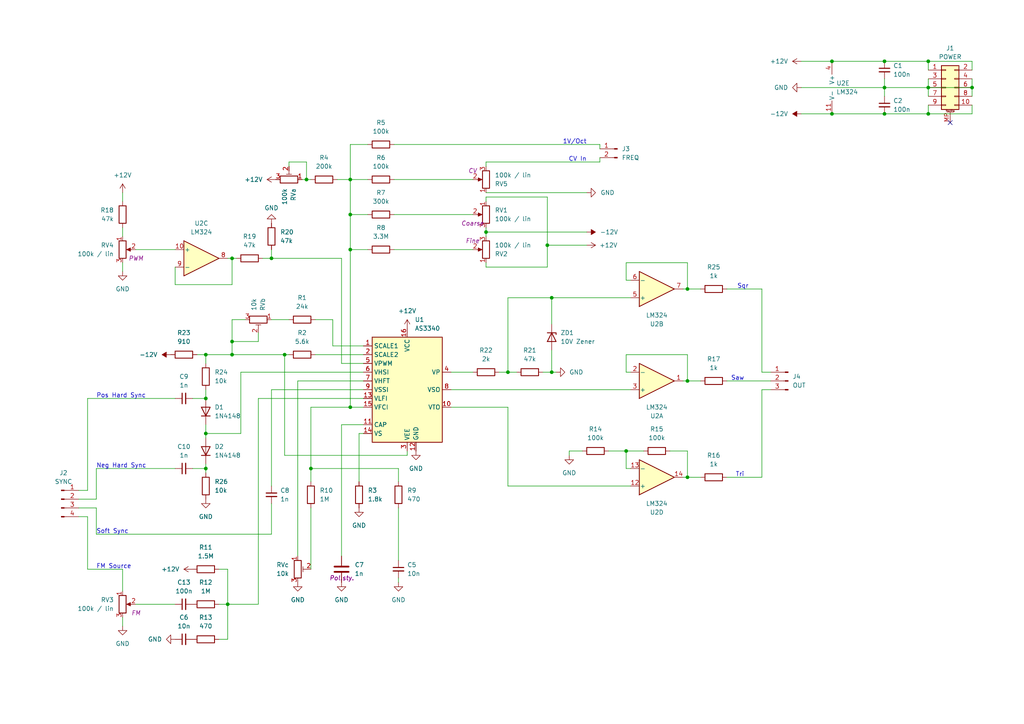
<source format=kicad_sch>
(kicad_sch (version 20230121) (generator eeschema)
  (paper "A4")
  (title_block (title "AS3340 VCO / Eurorack"))
  (lib_symbols
    (symbol "Amplifier_Operational:LM324" (pin_names (offset 0.127))
      (property "Reference" "U" (at 0 5.08 0))
      (property "Value" "LM324" (at 0 -5.08 0))
      (symbol "LM324_1_1"
        (polyline (pts (xy -5.08 5.08) (xy 5.08 0) (xy -5.08 -5.08) (xy -5.08 5.08)) (stroke (width 0.254)) (fill (type background)))
        (pin output line (at 7.62 0 180) (length 2.54) (name "~") (number "1"))
        (pin input line (at -7.62 -2.54 0) (length 2.54) (name "-") (number "2"))
        (pin input line (at -7.62 2.54 0) (length 2.54) (name "+") (number "3"))
      )
      (symbol "LM324_2_1"
        (polyline (pts (xy -5.08 5.08) (xy 5.08 0) (xy -5.08 -5.08) (xy -5.08 5.08)) (stroke (width 0.254)) (fill (type background)))
        (pin input line (at -7.62 2.54 0) (length 2.54) (name "+") (number "5"))
        (pin input line (at -7.62 -2.54 0) (length 2.54) (name "-") (number "6"))
        (pin output line (at 7.62 0 180) (length 2.54) (name "~") (number "7"))
      )
      (symbol "LM324_3_1"
        (polyline (pts (xy -5.08 5.08) (xy 5.08 0) (xy -5.08 -5.08) (xy -5.08 5.08)) (stroke (width 0.254)) (fill (type background)))
        (pin input line (at -7.62 2.54 0) (length 2.54) (name "+") (number "10"))
        (pin output line (at 7.62 0 180) (length 2.54) (name "~") (number "8"))
        (pin input line (at -7.62 -2.54 0) (length 2.54) (name "-") (number "9"))
      )
      (symbol "LM324_4_1"
        (polyline (pts (xy -5.08 5.08) (xy 5.08 0) (xy -5.08 -5.08) (xy -5.08 5.08)) (stroke (width 0.254)) (fill (type background)))
        (pin input line (at -7.62 2.54 0) (length 2.54) (name "+") (number "12"))
        (pin input line (at -7.62 -2.54 0) (length 2.54) (name "-") (number "13"))
        (pin output line (at 7.62 0 180) (length 2.54) (name "~") (number "14"))
      )
      (symbol "LM324_5_1"
        (pin power_in line (at -2.54 -7.62 90) (length 3.81) (name "V-") (number "11"))
        (pin power_in line (at -2.54 7.62 270) (length 3.81) (name "V+") (number "4"))
      )
    )
    (symbol "Audio:AS3340"
      (property "Reference" "U" (at -5.08 17.78 0))
      (property "Value" "AS3340" (at 5.08 17.78 0))
      (symbol "AS3340_0_1"
        (rectangle (start -10.16 15.24) (end 10.16 -15.24) (stroke (width 0.254)) (fill (type background)))
      )
      (symbol "AS3340_1_1"
        (pin input line (at -12.7 12.7 0) (length 2.54) (name "SCALE1") (number "1"))
        (pin output line (at 12.7 -5.08 180) (length 2.54) (name "VTO") (number "10"))
        (pin passive line (at -12.7 -10.16 0) (length 2.54) (name "CAP") (number "11"))
        (pin power_in line (at 2.54 -17.78 90) (length 2.54) (name "GND") (number "12"))
        (pin input line (at -12.7 -2.54 0) (length 2.54) (name "VLFI") (number "13"))
        (pin passive line (at -12.7 -12.7 0) (length 2.54) (name "VS") (number "14"))
        (pin input line (at -12.7 -5.08 0) (length 2.54) (name "VFCI") (number "15"))
        (pin power_in line (at 0 17.78 270) (length 2.54) (name "VCC") (number "16"))
        (pin input line (at -12.7 10.16 0) (length 2.54) (name "SCALE2") (number "2"))
        (pin power_in line (at 0 -17.78 90) (length 2.54) (name "VEE") (number "3"))
        (pin output line (at 12.7 5.08 180) (length 2.54) (name "VP") (number "4"))
        (pin input line (at -12.7 7.62 0) (length 2.54) (name "VPWM") (number "5"))
        (pin input line (at -12.7 5.08 0) (length 2.54) (name "VHSI") (number "6"))
        (pin input line (at -12.7 2.54 0) (length 2.54) (name "VHFT") (number "7"))
        (pin output line (at 12.7 0 180) (length 2.54) (name "VSO") (number "8"))
        (pin input line (at -12.7 0 0) (length 2.54) (name "VSSI") (number "9"))
      )
    )
    (symbol "Connector:Conn_01x02_Pin" (pin_names (offset 1.016) hide)
      (property "Reference" "J" (at 0 2.54 0))
      (property "Value" "Conn_01x02_Pin" (at 0 -5.08 0))
      (symbol "Conn_01x02_Pin_1_1"
        (polyline (pts (xy 1.27 -2.54) (xy 0.8636 -2.54)) (stroke (width 0.1524)))
        (polyline (pts (xy 1.27 0) (xy 0.8636 0)) (stroke (width 0.1524)))
        (rectangle (start 0.8636 -2.413) (end 0 -2.667) (stroke (width 0.1524)) (fill (type outline)))
        (rectangle (start 0.8636 0.127) (end 0 -0.127) (stroke (width 0.1524)) (fill (type outline)))
        (pin passive line (at 5.08 0 180) (length 3.81) (name "Pin_1") (number "1"))
        (pin passive line (at 5.08 -2.54 180) (length 3.81) (name "Pin_2") (number "2"))
      )
    )
    (symbol "Connector:Conn_01x03_Pin" (pin_names (offset 1.016) hide)
      (property "Reference" "J" (at 0 5.08 0))
      (property "Value" "Conn_01x03_Pin" (at 0 -5.08 0))
      (symbol "Conn_01x03_Pin_1_1"
        (polyline (pts (xy 1.27 -2.54) (xy 0.8636 -2.54)) (stroke (width 0.1524)))
        (polyline (pts (xy 1.27 0) (xy 0.8636 0)) (stroke (width 0.1524)))
        (polyline (pts (xy 1.27 2.54) (xy 0.8636 2.54)) (stroke (width 0.1524)))
        (rectangle (start 0.8636 -2.413) (end 0 -2.667) (stroke (width 0.1524)) (fill (type outline)))
        (rectangle (start 0.8636 0.127) (end 0 -0.127) (stroke (width 0.1524)) (fill (type outline)))
        (rectangle (start 0.8636 2.667) (end 0 2.413) (stroke (width 0.1524)) (fill (type outline)))
        (pin passive line (at 5.08 2.54 180) (length 3.81) (name "Pin_1") (number "1"))
        (pin passive line (at 5.08 0 180) (length 3.81) (name "Pin_2") (number "2"))
        (pin passive line (at 5.08 -2.54 180) (length 3.81) (name "Pin_3") (number "3"))
      )
    )
    (symbol "Connector:Conn_01x04_Pin" (pin_names (offset 1.016) hide)
      (property "Reference" "J" (at 0 5.08 0))
      (property "Value" "Conn_01x04_Pin" (at 0 -7.62 0))
      (symbol "Conn_01x04_Pin_1_1"
        (polyline (pts (xy 1.27 -5.08) (xy 0.8636 -5.08)) (stroke (width 0.1524)))
        (polyline (pts (xy 1.27 -2.54) (xy 0.8636 -2.54)) (stroke (width 0.1524)))
        (polyline (pts (xy 1.27 0) (xy 0.8636 0)) (stroke (width 0.1524)))
        (polyline (pts (xy 1.27 2.54) (xy 0.8636 2.54)) (stroke (width 0.1524)))
        (rectangle (start 0.8636 -4.953) (end 0 -5.207) (stroke (width 0.1524)) (fill (type outline)))
        (rectangle (start 0.8636 -2.413) (end 0 -2.667) (stroke (width 0.1524)) (fill (type outline)))
        (rectangle (start 0.8636 0.127) (end 0 -0.127) (stroke (width 0.1524)) (fill (type outline)))
        (rectangle (start 0.8636 2.667) (end 0 2.413) (stroke (width 0.1524)) (fill (type outline)))
        (pin passive line (at 5.08 2.54 180) (length 3.81) (name "Pin_1") (number "1"))
        (pin passive line (at 5.08 0 180) (length 3.81) (name "Pin_2") (number "2"))
        (pin passive line (at 5.08 -2.54 180) (length 3.81) (name "Pin_3") (number "3"))
        (pin passive line (at 5.08 -5.08 180) (length 3.81) (name "Pin_4") (number "4"))
      )
    )
    (symbol "Connector_Generic_MountingPin:Conn_02x05_Odd_Even_MountingPin" (pin_names (offset 1.016) hide)
      (property "Reference" "J" (at 1.27 7.62 0))
      (property "Value" "Conn_02x05_Odd_Even_MountingPin" (at 2.54 -7.62 0))
      (symbol "Conn_02x05_Odd_Even_MountingPin_1_1"
        (rectangle (start -1.27 -4.953) (end 0 -5.207) (stroke (width 0.1524)))
        (rectangle (start -1.27 -2.413) (end 0 -2.667) (stroke (width 0.1524)))
        (rectangle (start -1.27 0.127) (end 0 -0.127) (stroke (width 0.1524)))
        (rectangle (start -1.27 2.667) (end 0 2.413) (stroke (width 0.1524)))
        (rectangle (start -1.27 5.207) (end 0 4.953) (stroke (width 0.1524)))
        (rectangle (start -1.27 6.35) (end 3.81 -6.35) (stroke (width 0.254)) (fill (type background)))
        (polyline (pts (xy 0.254 -7.112) (xy 2.286 -7.112)) (stroke (width 0.1524)))
        (rectangle (start 3.81 -4.953) (end 2.54 -5.207) (stroke (width 0.1524)))
        (rectangle (start 3.81 -2.413) (end 2.54 -2.667) (stroke (width 0.1524)))
        (rectangle (start 3.81 0.127) (end 2.54 -0.127) (stroke (width 0.1524)))
        (rectangle (start 3.81 2.667) (end 2.54 2.413) (stroke (width 0.1524)))
        (rectangle (start 3.81 5.207) (end 2.54 4.953) (stroke (width 0.1524)))
        (text "Mounting" (at 1.27 -6.731 0) (effects (font (size 0.381 0.381))))
        (pin passive line (at -5.08 5.08 0) (length 3.81) (name "Pin_1") (number "1"))
        (pin passive line (at 7.62 -5.08 180) (length 3.81) (name "Pin_10") (number "10"))
        (pin passive line (at 7.62 5.08 180) (length 3.81) (name "Pin_2") (number "2"))
        (pin passive line (at -5.08 2.54 0) (length 3.81) (name "Pin_3") (number "3"))
        (pin passive line (at 7.62 2.54 180) (length 3.81) (name "Pin_4") (number "4"))
        (pin passive line (at -5.08 0 0) (length 3.81) (name "Pin_5") (number "5"))
        (pin passive line (at 7.62 0 180) (length 3.81) (name "Pin_6") (number "6"))
        (pin passive line (at -5.08 -2.54 0) (length 3.81) (name "Pin_7") (number "7"))
        (pin passive line (at 7.62 -2.54 180) (length 3.81) (name "Pin_8") (number "8"))
        (pin passive line (at -5.08 -5.08 0) (length 3.81) (name "Pin_9") (number "9"))
        (pin passive line (at 1.27 -10.16 90) (length 3.048) (name "MountPin") (number "MP"))
      )
    )
    (symbol "Device:C" (pin_numbers hide) (pin_names (offset 0.254))
      (property "Reference" "C" (at 0.635 2.54 0))
      (property "Value" "C" (at 0.635 -2.54 0))
      (symbol "C_0_1"
        (polyline (pts (xy -2.032 -0.762) (xy 2.032 -0.762)) (stroke (width 0.508)))
        (polyline (pts (xy -2.032 0.762) (xy 2.032 0.762)) (stroke (width 0.508)))
      )
      (symbol "C_1_1"
        (pin passive line (at 0 3.81 270) (length 2.794) (name "~") (number "1"))
        (pin passive line (at 0 -3.81 90) (length 2.794) (name "~") (number "2"))
      )
    )
    (symbol "Device:C_Small" (pin_numbers hide) (pin_names (offset 0.254) hide)
      (property "Reference" "C" (at 0.254 1.778 0))
      (property "Value" "C_Small" (at 0.254 -2.032 0))
      (symbol "C_Small_0_1"
        (polyline (pts (xy -1.524 -0.508) (xy 1.524 -0.508)) (stroke (width 0.3302)))
        (polyline (pts (xy -1.524 0.508) (xy 1.524 0.508)) (stroke (width 0.3048)))
      )
      (symbol "C_Small_1_1"
        (pin passive line (at 0 2.54 270) (length 2.032) (name "~") (number "1"))
        (pin passive line (at 0 -2.54 90) (length 2.032) (name "~") (number "2"))
      )
    )
    (symbol "Device:D_Zener" (pin_numbers hide) (pin_names (offset 1.016) hide)
      (property "Reference" "D" (at 0 2.54 0))
      (property "Value" "D_Zener" (at 0 -2.54 0))
      (symbol "D_Zener_0_1"
        (polyline (pts (xy 1.27 0) (xy -1.27 0)))
        (polyline (pts (xy -1.27 -1.27) (xy -1.27 1.27) (xy -0.762 1.27)) (stroke (width 0.254)))
        (polyline (pts (xy 1.27 -1.27) (xy 1.27 1.27) (xy -1.27 0) (xy 1.27 -1.27)) (stroke (width 0.254)))
      )
      (symbol "D_Zener_1_1"
        (pin passive line (at -3.81 0 0) (length 2.54) (name "K") (number "1"))
        (pin passive line (at 3.81 0 180) (length 2.54) (name "A") (number "2"))
      )
    )
    (symbol "Device:R" (pin_numbers hide) (pin_names (offset 0))
      (property "Reference" "R" (at 2.032 0 90))
      (property "Value" "R" (at 0 0 90))
      (symbol "R_0_1"
        (rectangle (start -1.016 -2.54) (end 1.016 2.54) (stroke (width 0.254)))
      )
      (symbol "R_1_1"
        (pin passive line (at 0 3.81 270) (length 1.27) (name "~") (number "1"))
        (pin passive line (at 0 -3.81 90) (length 1.27) (name "~") (number "2"))
      )
    )
    (symbol "Device:R_Potentiometer" (pin_names (offset 1.016) hide)
      (property "Reference" "RV" (at -4.445 0 90))
      (property "Value" "R_Potentiometer" (at -2.54 0 90))
      (symbol "R_Potentiometer_0_1"
        (polyline (pts (xy 2.54 0) (xy 1.524 0)))
        (polyline (pts (xy 1.143 0) (xy 2.286 0.508) (xy 2.286 -0.508) (xy 1.143 0)) (fill (type outline)))
        (rectangle (start 1.016 2.54) (end -1.016 -2.54) (stroke (width 0.254)))
      )
      (symbol "R_Potentiometer_1_1"
        (pin passive line (at 0 3.81 270) (length 1.27) (name "1") (number "1"))
        (pin passive line (at 3.81 0 180) (length 1.27) (name "2") (number "2"))
        (pin passive line (at 0 -3.81 90) (length 1.27) (name "3") (number "3"))
      )
    )
    (symbol "Device:R_Potentiometer_Trim" (pin_names (offset 1.016) hide)
      (property "Reference" "RV" (at -4.445 0 90))
      (property "Value" "R_Potentiometer_Trim" (at -2.54 0 90))
      (symbol "R_Potentiometer_Trim_0_1"
        (polyline (pts (xy 1.524 0.762) (xy 1.524 -0.762)))
        (polyline (pts (xy 2.54 0) (xy 1.524 0)))
        (rectangle (start 1.016 2.54) (end -1.016 -2.54) (stroke (width 0.254)))
      )
      (symbol "R_Potentiometer_Trim_1_1"
        (pin passive line (at 0 3.81 270) (length 1.27) (name "1") (number "1"))
        (pin passive line (at 3.81 0 180) (length 1.27) (name "2") (number "2"))
        (pin passive line (at 0 -3.81 90) (length 1.27) (name "3") (number "3"))
      )
    )
    (symbol "Diode:1N4148" (pin_numbers hide) (pin_names hide)
      (property "Reference" "D" (at 0 2.54 0))
      (property "Value" "1N4148" (at 0 -2.54 0))
      (symbol "1N4148_0_1"
        (polyline (pts (xy -1.27 1.27) (xy -1.27 -1.27)) (stroke (width 0.254)))
        (polyline (pts (xy 1.27 0) (xy -1.27 0)))
        (polyline (pts (xy 1.27 1.27) (xy 1.27 -1.27) (xy -1.27 0) (xy 1.27 1.27)) (stroke (width 0.254)))
      )
      (symbol "1N4148_1_1"
        (pin passive line (at -3.81 0 0) (length 2.54) (name "K") (number "1"))
        (pin passive line (at 3.81 0 180) (length 2.54) (name "A") (number "2"))
      )
    )
    (symbol "power:+12V" (power) (pin_names (offset 0))
      (property "Value" "+12V" (at 0 3.556 0))
      (symbol "+12V_0_1"
        (polyline (pts (xy -0.762 1.27) (xy 0 2.54)))
        (polyline (pts (xy 0 0) (xy 0 2.54)))
        (polyline (pts (xy 0 2.54) (xy 0.762 1.27)))
      )
      (symbol "+12V_1_1"
        (pin power_in line (at 0 0 90) (length 0) hide (name "+12V") (number "1"))
      )
    )
    (symbol "power:-12V" (power) (pin_names (offset 0))
      (property "Value" "-12V" (at 0 3.81 0))
      (symbol "-12V_0_0"
        (pin power_in line (at 0 0 90) (length 0) hide (name "-12V") (number "1"))
      )
      (symbol "-12V_0_1"
        (polyline (pts (xy 0 0) (xy 0 1.27) (xy 0.762 1.27) (xy 0 2.54) (xy -0.762 1.27) (xy 0 1.27)) (fill (type outline)))
      )
    )
    (symbol "power:GND" (power) (pin_names (offset 0))
      (property "Value" "GND" (at 0 -3.81 0))
      (symbol "GND_0_1"
        (polyline (pts (xy 0 0) (xy 0 -1.27) (xy 1.27 -1.27) (xy 0 -2.54) (xy -1.27 -1.27) (xy 0 -1.27)))
      )
      (symbol "GND_1_1"
        (pin power_in line (at 0 0 270) (length 0) hide (name "GND") (number "1"))
      )
    )
  )
  (junction (at 199.39 138.43))
  (junction (at 140.97 67.31))
  (junction (at 67.31 99.06))
  (junction (at 256.54 17.78))
  (junction (at 101.6 52.07))
  (junction (at 181.61 130.81))
  (junction (at 269.24 33.02))
  (junction (at 256.54 33.02))
  (junction (at 160.02 86.36))
  (junction (at 88.9 52.07))
  (junction (at 101.6 72.39))
  (junction (at 78.74 74.93))
  (junction (at 59.69 115.57))
  (junction (at 101.6 118.11))
  (junction (at 269.24 17.78))
  (junction (at 241.3 17.78))
  (junction (at 90.17 135.89))
  (junction (at 67.31 102.87))
  (junction (at 67.31 74.93))
  (junction (at 160.02 107.95))
  (junction (at 269.24 25.4))
  (junction (at 241.3 33.02))
  (junction (at 82.55 102.87))
  (junction (at 59.69 125.73))
  (junction (at 256.54 25.4))
  (junction (at 199.39 83.82))
  (junction (at 281.94 25.4))
  (junction (at 158.75 71.12))
  (junction (at 59.69 102.87))
  (junction (at 147.32 107.95))
  (junction (at 66.04 175.26))
  (junction (at 199.39 110.49))
  (junction (at 101.6 62.23))
  (junction (at 59.69 135.89))
  (no_connect (at 275.59 35.56))
  (wire (pts (xy 281.94 20.32) (xy 281.94 17.78)))
  (wire (pts (xy 66.04 175.26) (xy 74.93 175.26)))
  (wire (pts (xy 269.24 33.02) (xy 281.94 33.02)))
  (wire (pts (xy 59.69 102.87) (xy 59.69 105.41)))
  (wire (pts (xy 160.02 86.36) (xy 147.32 86.36)))
  (wire (pts (xy 104.14 139.7) (xy 104.14 125.73)))
  (wire (pts (xy 232.41 17.78) (xy 241.3 17.78)))
  (wire (pts (xy 39.37 175.26) (xy 50.8 175.26)))
  (wire (pts (xy 140.97 77.47) (xy 158.75 77.47)))
  (wire (pts (xy 147.32 86.36) (xy 147.32 107.95)))
  (wire (pts (xy 83.82 46.99) (xy 88.9 46.99)))
  (wire (pts (xy 71.12 92.71) (xy 67.31 92.71)))
  (wire (pts (xy 269.24 25.4) (xy 281.94 25.4)))
  (wire (pts (xy 55.88 115.57) (xy 59.69 115.57)))
  (wire (pts (xy 90.17 147.32) (xy 90.17 165.1)))
  (wire (pts (xy 104.14 125.73) (xy 105.41 125.73)))
  (wire (pts (xy 232.41 33.02) (xy 241.3 33.02)))
  (wire (pts (xy 220.98 113.03) (xy 223.52 113.03)))
  (wire (pts (xy 210.82 110.49) (xy 223.52 110.49)))
  (wire (pts (xy 86.36 110.49) (xy 86.36 161.29)))
  (wire (pts (xy 39.37 72.39) (xy 50.8 72.39)))
  (wire (pts (xy 158.75 71.12) (xy 170.18 71.12)))
  (wire (pts (xy 35.56 78.74) (xy 35.56 76.2)))
  (wire (pts (xy 147.32 107.95) (xy 149.86 107.95)))
  (wire (pts (xy 25.4 165.1) (xy 35.56 165.1)))
  (wire (pts (xy 115.57 139.7) (xy 115.57 135.89)))
  (wire (pts (xy 35.56 66.04) (xy 35.56 68.58)))
  (wire (pts (xy 50.8 135.89) (xy 27.94 135.89)))
  (wire (pts (xy 69.85 107.95) (xy 69.85 125.73)))
  (wire (pts (xy 99.06 123.19) (xy 105.41 123.19)))
  (wire (pts (xy 181.61 130.81) (xy 186.69 130.81)))
  (wire (pts (xy 74.93 115.57) (xy 74.93 175.26)))
  (wire (pts (xy 198.12 83.82) (xy 199.39 83.82)))
  (wire (pts (xy 130.81 113.03) (xy 182.88 113.03)))
  (wire (pts (xy 194.31 130.81) (xy 199.39 130.81)))
  (wire (pts (xy 256.54 33.02) (xy 269.24 33.02)))
  (wire (pts (xy 158.75 77.47) (xy 158.75 71.12)))
  (wire (pts (xy 27.94 154.94) (xy 27.94 147.32)))
  (wire (pts (xy 78.74 92.71) (xy 83.82 92.71)))
  (wire (pts (xy 256.54 17.78) (xy 269.24 17.78)))
  (wire (pts (xy 181.61 135.89) (xy 182.88 135.89)))
  (wire (pts (xy 269.24 22.86) (xy 269.24 25.4)))
  (wire (pts (xy 210.82 83.82) (xy 220.98 83.82)))
  (wire (pts (xy 91.44 102.87) (xy 105.41 102.87)))
  (wire (pts (xy 198.12 138.43) (xy 199.39 138.43)))
  (wire (pts (xy 118.11 132.08) (xy 118.11 130.81)))
  (wire (pts (xy 78.74 72.39) (xy 78.74 74.93)))
  (wire (pts (xy 160.02 86.36) (xy 160.02 93.98)))
  (wire (pts (xy 140.97 57.15) (xy 140.97 58.42)))
  (wire (pts (xy 97.79 52.07) (xy 101.6 52.07)))
  (wire (pts (xy 25.4 115.57) (xy 25.4 142.24)))
  (wire (pts (xy 269.24 25.4) (xy 269.24 27.94)))
  (wire (pts (xy 105.41 100.33) (xy 96.52 100.33)))
  (wire (pts (xy 140.97 67.31) (xy 140.97 68.58)))
  (wire (pts (xy 101.6 72.39) (xy 106.68 72.39)))
  (wire (pts (xy 106.68 41.91) (xy 101.6 41.91)))
  (wire (pts (xy 199.39 102.87) (xy 181.61 102.87)))
  (wire (pts (xy 86.36 110.49) (xy 105.41 110.49)))
  (wire (pts (xy 199.39 138.43) (xy 199.39 130.81)))
  (wire (pts (xy 59.69 125.73) (xy 59.69 127)))
  (wire (pts (xy 140.97 76.2) (xy 140.97 77.47)))
  (wire (pts (xy 140.97 67.31) (xy 170.18 67.31)))
  (wire (pts (xy 160.02 101.6) (xy 160.02 107.95)))
  (wire (pts (xy 281.94 22.86) (xy 281.94 25.4)))
  (wire (pts (xy 157.48 107.95) (xy 160.02 107.95)))
  (wire (pts (xy 59.69 102.87) (xy 67.31 102.87)))
  (wire (pts (xy 59.69 125.73) (xy 69.85 125.73)))
  (wire (pts (xy 25.4 115.57) (xy 50.8 115.57)))
  (wire (pts (xy 269.24 30.48) (xy 269.24 33.02)))
  (wire (pts (xy 199.39 110.49) (xy 203.2 110.49)))
  (wire (pts (xy 158.75 57.15) (xy 158.75 71.12)))
  (wire (pts (xy 57.15 102.87) (xy 59.69 102.87)))
  (wire (pts (xy 181.61 81.28) (xy 182.88 81.28)))
  (wire (pts (xy 67.31 102.87) (xy 82.55 102.87)))
  (wire (pts (xy 115.57 147.32) (xy 115.57 162.56)))
  (wire (pts (xy 35.56 55.88) (xy 35.56 58.42)))
  (wire (pts (xy 220.98 138.43) (xy 220.98 113.03)))
  (wire (pts (xy 281.94 30.48) (xy 281.94 33.02)))
  (wire (pts (xy 130.81 118.11) (xy 147.32 118.11)))
  (wire (pts (xy 63.5 175.26) (xy 66.04 175.26)))
  (wire (pts (xy 256.54 22.86) (xy 256.54 25.4)))
  (wire (pts (xy 66.04 165.1) (xy 66.04 175.26)))
  (wire (pts (xy 161.29 107.95) (xy 160.02 107.95)))
  (wire (pts (xy 67.31 99.06) (xy 74.93 99.06)))
  (wire (pts (xy 27.94 154.94) (xy 78.74 154.94)))
  (wire (pts (xy 90.17 118.11) (xy 101.6 118.11)))
  (wire (pts (xy 99.06 105.41) (xy 105.41 105.41)))
  (wire (pts (xy 27.94 135.89) (xy 27.94 144.78)))
  (wire (pts (xy 181.61 107.95) (xy 182.88 107.95)))
  (wire (pts (xy 101.6 52.07) (xy 106.68 52.07)))
  (wire (pts (xy 88.9 52.07) (xy 87.63 52.07)))
  (wire (pts (xy 101.6 62.23) (xy 101.6 72.39)))
  (wire (pts (xy 78.74 113.03) (xy 105.41 113.03)))
  (wire (pts (xy 35.56 181.61) (xy 35.56 179.07)))
  (wire (pts (xy 114.3 52.07) (xy 137.16 52.07)))
  (wire (pts (xy 199.39 83.82) (xy 203.2 83.82)))
  (wire (pts (xy 50.8 77.47) (xy 50.8 82.55)))
  (wire (pts (xy 115.57 135.89) (xy 90.17 135.89)))
  (wire (pts (xy 181.61 102.87) (xy 181.61 107.95)))
  (wire (pts (xy 198.12 110.49) (xy 199.39 110.49)))
  (wire (pts (xy 99.06 74.93) (xy 99.06 105.41)))
  (wire (pts (xy 220.98 83.82) (xy 220.98 107.95)))
  (wire (pts (xy 22.86 149.86) (xy 25.4 149.86)))
  (wire (pts (xy 199.39 83.82) (xy 199.39 76.2)))
  (wire (pts (xy 90.17 52.07) (xy 88.9 52.07)))
  (wire (pts (xy 59.69 123.19) (xy 59.69 125.73)))
  (wire (pts (xy 147.32 118.11) (xy 147.32 140.97)))
  (wire (pts (xy 199.39 110.49) (xy 199.39 102.87)))
  (wire (pts (xy 241.3 33.02) (xy 256.54 33.02)))
  (wire (pts (xy 67.31 92.71) (xy 67.31 99.06)))
  (wire (pts (xy 50.8 82.55) (xy 67.31 82.55)))
  (wire (pts (xy 88.9 46.99) (xy 88.9 52.07)))
  (wire (pts (xy 99.06 74.93) (xy 78.74 74.93)))
  (wire (pts (xy 130.81 107.95) (xy 137.16 107.95)))
  (wire (pts (xy 105.41 115.57) (xy 74.93 115.57)))
  (wire (pts (xy 168.91 130.81) (xy 165.1 130.81)))
  (wire (pts (xy 101.6 118.11) (xy 105.41 118.11)))
  (wire (pts (xy 220.98 107.95) (xy 223.52 107.95)))
  (wire (pts (xy 25.4 165.1) (xy 25.4 149.86)))
  (wire (pts (xy 22.86 144.78) (xy 27.94 144.78)))
  (wire (pts (xy 78.74 140.97) (xy 78.74 113.03)))
  (wire (pts (xy 269.24 17.78) (xy 281.94 17.78)))
  (wire (pts (xy 66.04 175.26) (xy 66.04 185.42)))
  (wire (pts (xy 140.97 48.26) (xy 140.97 46.99)))
  (wire (pts (xy 59.69 134.62) (xy 59.69 135.89)))
  (wire (pts (xy 140.97 46.99) (xy 173.99 46.99)))
  (wire (pts (xy 114.3 41.91) (xy 173.99 41.91)))
  (wire (pts (xy 115.57 168.91) (xy 115.57 167.64)))
  (wire (pts (xy 176.53 130.81) (xy 181.61 130.81)))
  (wire (pts (xy 101.6 41.91) (xy 101.6 52.07)))
  (wire (pts (xy 101.6 72.39) (xy 101.6 118.11)))
  (wire (pts (xy 67.31 74.93) (xy 68.58 74.93)))
  (wire (pts (xy 158.75 57.15) (xy 140.97 57.15)))
  (wire (pts (xy 269.24 20.32) (xy 269.24 17.78)))
  (wire (pts (xy 199.39 138.43) (xy 203.2 138.43)))
  (wire (pts (xy 55.88 135.89) (xy 59.69 135.89)))
  (wire (pts (xy 63.5 185.42) (xy 66.04 185.42)))
  (wire (pts (xy 181.61 130.81) (xy 181.61 135.89)))
  (wire (pts (xy 173.99 45.72) (xy 173.99 46.99)))
  (wire (pts (xy 181.61 76.2) (xy 181.61 81.28)))
  (wire (pts (xy 165.1 130.81) (xy 165.1 132.08)))
  (wire (pts (xy 114.3 72.39) (xy 137.16 72.39)))
  (wire (pts (xy 91.44 92.71) (xy 96.52 92.71)))
  (wire (pts (xy 90.17 118.11) (xy 90.17 135.89)))
  (wire (pts (xy 144.78 107.95) (xy 147.32 107.95)))
  (wire (pts (xy 82.55 102.87) (xy 83.82 102.87)))
  (wire (pts (xy 82.55 132.08) (xy 118.11 132.08)))
  (wire (pts (xy 63.5 165.1) (xy 66.04 165.1)))
  (wire (pts (xy 22.86 142.24) (xy 25.4 142.24)))
  (wire (pts (xy 96.52 100.33) (xy 96.52 92.71)))
  (wire (pts (xy 74.93 96.52) (xy 74.93 99.06)))
  (wire (pts (xy 173.99 41.91) (xy 173.99 43.18)))
  (wire (pts (xy 101.6 52.07) (xy 101.6 62.23)))
  (wire (pts (xy 67.31 99.06) (xy 67.31 102.87)))
  (wire (pts (xy 22.86 147.32) (xy 27.94 147.32)))
  (wire (pts (xy 140.97 55.88) (xy 170.18 55.88)))
  (wire (pts (xy 210.82 138.43) (xy 220.98 138.43)))
  (wire (pts (xy 83.82 48.26) (xy 83.82 46.99)))
  (wire (pts (xy 82.55 132.08) (xy 82.55 102.87)))
  (wire (pts (xy 99.06 161.29) (xy 99.06 123.19)))
  (wire (pts (xy 90.17 135.89) (xy 90.17 139.7)))
  (wire (pts (xy 182.88 86.36) (xy 160.02 86.36)))
  (wire (pts (xy 69.85 107.95) (xy 105.41 107.95)))
  (wire (pts (xy 140.97 66.04) (xy 140.97 67.31)))
  (wire (pts (xy 78.74 146.05) (xy 78.74 154.94)))
  (wire (pts (xy 281.94 25.4) (xy 281.94 27.94)))
  (wire (pts (xy 147.32 140.97) (xy 182.88 140.97)))
  (wire (pts (xy 199.39 76.2) (xy 181.61 76.2)))
  (wire (pts (xy 67.31 74.93) (xy 67.31 82.55)))
  (wire (pts (xy 114.3 62.23) (xy 137.16 62.23)))
  (wire (pts (xy 232.41 25.4) (xy 256.54 25.4)))
  (wire (pts (xy 76.2 74.93) (xy 78.74 74.93)))
  (wire (pts (xy 59.69 113.03) (xy 59.69 115.57)))
  (wire (pts (xy 241.3 17.78) (xy 256.54 17.78)))
  (wire (pts (xy 256.54 25.4) (xy 256.54 27.94)))
  (wire (pts (xy 35.56 171.45) (xy 35.56 165.1)))
  (wire (pts (xy 59.69 135.89) (xy 59.69 137.16)))
  (wire (pts (xy 101.6 62.23) (xy 106.68 62.23)))
  (wire (pts (xy 66.04 74.93) (xy 67.31 74.93)))
  (wire (pts (xy 256.54 25.4) (xy 269.24 25.4)))
  (text "Soft Sync" (at 27.94 154.94 0) (effects (font (size 1.27 1.27)) (justify left bottom)))
  (text "Tri" (at 215.9 138.43 0) (effects (font (size 1.27 1.27)) (justify right bottom)))
  (text "Neg Hard Sync" (at 27.94 135.89 0) (effects (font (size 1.27 1.27)) (justify left bottom)))
  (text "FM Source" (at 27.94 165.1 0) (effects (font (size 1.27 1.27)) (justify left bottom)))
  (text "Sqr" (at 217.17 83.82 0) (effects (font (size 1.27 1.27)) (justify right bottom)))
  (text "Pos Hard Sync" (at 27.94 115.57 0) (effects (font (size 1.27 1.27)) (justify left bottom)))
  (text "CV In" (at 170.18 46.99 0) (effects (font (size 1.27 1.27)) (justify right bottom)))
  (text "1V/Oct" (at 170.18 41.91 0) (effects (font (size 1.27 1.27)) (justify right bottom)))
  (text "Saw" (at 215.9 110.49 0) (effects (font (size 1.27 1.27)) (justify right bottom)))
  (symbol (lib_id "power:GND") (at 115.57 168.91 0) (unit 1)
    (property "Reference" "#PWR019" (effects hide))
    (property "Value" "GND" (at 115.57 173.99 0))
  )
  (symbol (lib_id "power:+12V") (at 80.01 52.07 90) (unit 1)
    (property "Reference" "#PWR020" (effects hide))
    (property "Value" "+12V" (at 76.2 52.07 90) (effects (justify left)))
  )
  (symbol (lib_id "Amplifier_Operational:LM324") (at 243.84 25.4 0) (unit 5)
    (property "Reference" "U2" (at 242.57 24.13 0) (effects (justify left)))
    (property "Value" "LM324" (at 242.57 26.67 0) (effects (justify left)))
    (property "Datasheet" "http://www.ti.com/lit/ds/symlink/lm2902-n.pdf" (effects hide))
  )
  (symbol (lib_id "Device:R") (at 110.49 62.23 90) (unit 1)
    (property "Reference" "R7" (at 110.49 55.88 90))
    (property "Value" "300k" (at 110.49 58.42 90))
  )
  (symbol (lib_id "Device:R") (at 53.34 102.87 90) (unit 1)
    (property "Reference" "R23" (at 53.34 96.52 90))
    (property "Value" "910" (at 53.34 99.06 90))
  )
  (symbol (lib_id "Device:C") (at 99.06 165.1 0) (unit 1)
    (property "Reference" "C7" (at 102.87 163.83 0) (effects (justify left)))
    (property "Value" "1n" (at 102.87 166.37 0) (effects (justify left)))
    (property "Note" "Pol.sty." (at 99.06 167.64 0) (effects (font italic)))
  )
  (symbol (lib_id "power:+12V") (at 118.11 95.25 0) (unit 1)
    (property "Reference" "#PWR06" (effects hide))
    (property "Value" "+12V" (at 118.11 90.17 0))
  )
  (symbol (lib_id "Audio:AS3340") (at 118.11 113.03 0) (unit 1)
    (property "Reference" "U1" (at 120.3041 92.71 0) (effects (justify left)))
    (property "Value" "AS3340" (at 120.3041 95.25 0) (effects (justify left)))
    (property "Datasheet" "http://www.alfarzpp.lv/eng/sc/AS3340.pdf" (effects hide))
  )
  (symbol (lib_id "power:-12V") (at 170.18 67.31 270) (unit 1)
    (property "Reference" "#PWR022" (effects hide))
    (property "Value" "-12V" (at 173.99 67.31 90) (effects (justify left)))
  )
  (symbol (lib_id "power:+12V") (at 232.41 17.78 90) (unit 1)
    (property "Reference" "#PWR01" (effects hide))
    (property "Value" "+12V" (at 228.6 17.78 90) (effects (justify left)))
  )
  (symbol (lib_id "Device:R_Potentiometer") (at 140.97 62.23 0) (mirror y) (unit 1)
    (property "Reference" "RV1" (at 143.51 60.96 0) (effects (justify right)))
    (property "Value" "100k / lin" (at 143.51 63.5 0) (effects (justify right)))
    (property "Note" "Coarse" (at 137.16 64.77 0) (effects (font italic)))
  )
  (symbol (lib_id "power:GND") (at 78.74 64.77 180) (unit 1)
    (property "Reference" "#PWR010" (effects hide))
    (property "Value" "GND" (at 78.74 60.3081 0))
  )
  (symbol (lib_id "Diode:1N4148") (at 59.69 130.81 90) (unit 1)
    (property "Reference" "D2" (at 62.23 129.54 90) (effects (justify right)))
    (property "Value" "1N4148" (at 62.23 132.08 90) (effects (justify right)))
    (property "Footprint" "Diode_THT:D_DO-35_SOD27_P7.62mm_Horizontal" (effects hide))
    (property "Datasheet" "https://assets.nexperia.com/documents/data-sheet/1N4148_1N4448.pdf" (effects hide))
    (property "Sim.Device" "D" (effects hide))
    (property "Sim.Pins" "1=K 2=A" (effects hide))
  )
  (symbol (lib_id "Device:R") (at 110.49 41.91 90) (unit 1)
    (property "Reference" "R5" (at 110.49 35.56 90))
    (property "Value" "100k" (at 110.49 38.1 90))
  )
  (symbol (lib_id "Device:R") (at 87.63 102.87 90) (unit 1)
    (property "Reference" "R2" (at 87.63 96.52 90))
    (property "Value" "5.6k" (at 87.63 99.06 90))
  )
  (symbol (lib_id "Device:R") (at 59.69 185.42 90) (unit 1)
    (property "Reference" "R13" (at 59.69 179.07 90))
    (property "Value" "470" (at 59.69 181.61 90))
  )
  (symbol (lib_id "Connector:Conn_01x02_Pin") (at 179.07 43.18 0) (mirror y) (unit 1)
    (property "Reference" "J3" (at 180.34 43.18 0) (effects (justify right)))
    (property "Value" "FREQ" (at 180.34 45.72 0) (effects (justify right)))
  )
  (symbol (lib_id "Device:C_Small") (at 115.57 165.1 0) (unit 1)
    (property "Reference" "C5" (at 118.11 163.8363 0) (effects (justify left)))
    (property "Value" "10n" (at 118.11 166.3763 0) (effects (justify left)))
  )
  (symbol (lib_id "Connector:Conn_01x03_Pin") (at 228.6 110.49 0) (mirror y) (unit 1)
    (property "Reference" "J4" (at 229.87 109.22 0) (effects (justify right)))
    (property "Value" "OUT" (at 229.87 111.76 0) (effects (justify right)))
  )
  (symbol (lib_id "power:GND") (at 104.14 147.32 0) (unit 1)
    (property "Reference" "#PWR015" (effects hide))
    (property "Value" "GND" (at 104.14 152.4 0))
  )
  (symbol (lib_id "Device:R") (at 93.98 52.07 270) (mirror x) (unit 1)
    (property "Reference" "R4" (at 93.98 45.72 90))
    (property "Value" "200k" (at 93.98 48.26 90))
  )
  (symbol (lib_id "Device:R") (at 87.63 92.71 90) (unit 1)
    (property "Reference" "R1" (at 87.63 86.36 90))
    (property "Value" "24k" (at 87.63 88.9 90))
  )
  (symbol (lib_id "Device:R_Potentiometer") (at 140.97 72.39 180) (unit 1)
    (property "Reference" "RV2" (at 143.51 73.66 0) (effects (justify right)))
    (property "Value" "100k / lin" (at 143.51 71.12 0) (effects (justify right)))
    (property "Note" "Fine" (at 137.16 69.85 0) (effects (font italic)))
  )
  (symbol (lib_id "Device:R_Potentiometer") (at 35.56 72.39 0) (unit 1)
    (property "Reference" "RV4" (at 33.02 71.12 0) (effects (justify right)))
    (property "Value" "100k / lin" (at 33.02 73.66 0) (effects (justify right)))
    (property "Note" "PWM" (at 39.37 74.93 0) (effects (font italic)))
  )
  (symbol (lib_id "Device:C_Small") (at 53.34 185.42 90) (unit 1)
    (property "Reference" "C6" (at 53.3463 179.07 90))
    (property "Value" "10n" (at 53.3463 181.61 90))
  )
  (symbol (lib_id "power:+12V") (at 55.88 165.1 90) (unit 1)
    (property "Reference" "#PWR016" (effects hide))
    (property "Value" "+12V" (at 52.07 165.1 90) (effects (justify left)))
  )
  (symbol (lib_id "power:-12V") (at 232.41 33.02 90) (unit 1)
    (property "Reference" "#PWR03" (effects hide))
    (property "Value" "-12V" (at 228.6 33.02 90) (effects (justify left)))
  )
  (symbol (lib_id "power:GND") (at 86.36 168.91 0) (unit 1)
    (property "Reference" "#PWR013" (effects hide))
    (property "Value" "GND" (at 86.36 173.99 0))
  )
  (symbol (lib_id "Device:R") (at 190.5 130.81 90) (unit 1)
    (property "Reference" "R15" (at 190.5 124.46 90))
    (property "Value" "100k" (at 190.5 127 90))
  )
  (symbol (lib_id "Connector_Generic_MountingPin:Conn_02x05_Odd_Even_MountingPin") (at 274.32 25.4 0) (unit 1)
    (property "Reference" "J1" (at 275.59 13.97 0))
    (property "Value" "POWER" (at 275.59 16.51 0))
    (property "Footprint" "Connector_PinHeader_2.54mm:PinHeader_2x05_P2.54mm_Vertical" (effects hide))
    (property "Sim.Device" "V" (effects hide))
    (property "Sim.Type" "DC" (effects hide))
    (property "Sim.Pins" "1=+ 9=-" (effects hide))
    (property "Sim.Params" "dc=12" (effects hide))
  )
  (symbol (lib_id "Device:R") (at 59.69 140.97 180) (unit 1)
    (property "Reference" "R26" (at 62.23 139.7 0) (effects (justify right)))
    (property "Value" "10k" (at 62.23 142.24 0) (effects (justify right)))
  )
  (symbol (lib_id "power:+12V") (at 170.18 71.12 270) (unit 1)
    (property "Reference" "#PWR021" (effects hide))
    (property "Value" "+12V" (at 173.8271 71.12 90) (effects (justify left)))
  )
  (symbol (lib_id "Amplifier_Operational:LM324") (at 190.5 138.43 0) (mirror x) (unit 4)
    (property "Reference" "U2" (at 190.5 148.59 0))
    (property "Value" "LM324" (at 190.5 146.05 0))
    (property "Datasheet" "http://www.ti.com/lit/ds/symlink/lm2902-n.pdf" (effects hide))
  )
  (symbol (lib_id "Device:C_Small") (at 53.34 175.26 90) (unit 1)
    (property "Reference" "C13" (at 53.3463 168.91 90))
    (property "Value" "100n" (at 53.3463 171.45 90))
  )
  (symbol (lib_id "power:GND") (at 165.1 132.08 0) (unit 1)
    (property "Reference" "#PWR05" (effects hide))
    (property "Value" "GND" (at 165.1 137.16 0))
  )
  (symbol (lib_id "Amplifier_Operational:LM324") (at 58.42 74.93 0) (unit 3)
    (property "Reference" "U2" (at 58.42 64.77 0))
    (property "Value" "LM324" (at 58.42 67.31 0))
    (property "Datasheet" "http://www.ti.com/lit/ds/symlink/lm2902-n.pdf" (effects hide))
  )
  (symbol (lib_id "Device:R") (at 115.57 143.51 180) (unit 1)
    (property "Reference" "R9" (at 118.11 142.24 0) (effects (justify right)))
    (property "Value" "470" (at 118.11 144.78 0) (effects (justify right)))
  )
  (symbol (lib_id "Device:R") (at 172.72 130.81 90) (unit 1)
    (property "Reference" "R14" (at 172.72 124.46 90))
    (property "Value" "100k" (at 172.72 127 90))
  )
  (symbol (lib_id "Device:R") (at 90.17 143.51 0) (unit 1)
    (property "Reference" "R10" (at 92.71 142.24 0) (effects (justify left)))
    (property "Value" "1M" (at 92.71 144.78 0) (effects (justify left)))
  )
  (symbol (lib_id "Device:C_Small") (at 256.54 20.32 0) (unit 1)
    (property "Reference" "C1" (at 259.08 19.0563 0) (effects (justify left)))
    (property "Value" "100n" (at 259.08 21.5963 0) (effects (justify left)))
    (property "Footprint" "Capacitor_THT:C_Disc_D7.5mm_W2.5mm_P5.00mm" (effects hide))
  )
  (symbol (lib_id "Device:R") (at 140.97 107.95 90) (unit 1)
    (property "Reference" "R22" (at 140.97 101.6 90))
    (property "Value" "2k" (at 140.97 104.14 90))
  )
  (symbol (lib_id "Device:R") (at 153.67 107.95 90) (unit 1)
    (property "Reference" "R21" (at 153.67 101.6 90))
    (property "Value" "47k" (at 153.67 104.14 90))
  )
  (symbol (lib_id "Device:R") (at 59.69 165.1 90) (unit 1)
    (property "Reference" "R11" (at 59.69 158.75 90))
    (property "Value" "1.5M" (at 59.69 161.29 90))
  )
  (symbol (lib_id "Device:C_Small") (at 53.34 115.57 90) (unit 1)
    (property "Reference" "C9" (at 53.3463 109.22 90))
    (property "Value" "1n" (at 53.3463 111.76 90))
  )
  (symbol (lib_id "Device:D_Zener") (at 160.02 97.79 270) (unit 1)
    (property "Reference" "ZD1" (at 162.56 96.52 90) (effects (justify left)))
    (property "Value" "10V Zener" (at 162.56 99.06 90) (effects (justify left)))
  )
  (symbol (lib_id "Device:R") (at 72.39 74.93 90) (unit 1)
    (property "Reference" "R19" (at 72.39 68.58 90))
    (property "Value" "47k" (at 72.39 71.12 90))
  )
  (symbol (lib_id "Connector:Conn_01x04_Pin") (at 17.78 144.78 0) (unit 1)
    (property "Reference" "J2" (at 18.415 137.16 0))
    (property "Value" "SYNC" (at 18.415 139.7 0))
  )
  (symbol (lib_id "power:GND") (at 232.41 25.4 270) (unit 1)
    (property "Reference" "#PWR02" (effects hide))
    (property "Value" "GND" (at 228.6 25.4 90) (effects (justify right)))
  )
  (symbol (lib_id "Device:R_Potentiometer_Trim") (at 74.93 92.71 270) (unit 1)
    (property "Reference" "RVb" (at 76.2 90.17 0) (effects (justify right)))
    (property "Value" "10k" (at 73.66 90.17 0) (effects (justify right)))
  )
  (symbol (lib_id "Device:R_Potentiometer_Trim") (at 83.82 52.07 270) (mirror x) (unit 1)
    (property "Reference" "RVa" (at 85.09 54.61 0) (effects (justify right)))
    (property "Value" "100k" (at 82.55 54.61 0) (effects (justify right)))
  )
  (symbol (lib_id "power:GND") (at 50.8 185.42 270) (unit 1)
    (property "Reference" "#PWR017" (effects hide))
    (property "Value" "GND" (at 46.99 185.42 90) (effects (justify right)))
  )
  (symbol (lib_id "Device:C_Small") (at 78.74 143.51 0) (unit 1)
    (property "Reference" "C8" (at 81.28 142.2463 0) (effects (justify left)))
    (property "Value" "1n" (at 81.28 144.7863 0) (effects (justify left)))
  )
  (symbol (lib_id "Device:C_Small") (at 256.54 30.48 0) (unit 1)
    (property "Reference" "C2" (at 259.08 29.2163 0) (effects (justify left)))
    (property "Value" "100n" (at 259.08 31.7563 0) (effects (justify left)))
    (property "Footprint" "Capacitor_THT:C_Disc_D7.5mm_W2.5mm_P5.00mm" (effects hide))
  )
  (symbol (lib_id "power:GND") (at 35.56 181.61 0) (unit 1)
    (property "Reference" "#PWR018" (effects hide))
    (property "Value" "GND" (at 35.56 186.69 0))
  )
  (symbol (lib_id "Device:R") (at 104.14 143.51 180) (unit 1)
    (property "Reference" "R3" (at 106.68 142.24 0) (effects (justify right)))
    (property "Value" "1.8k" (at 106.68 144.78 0) (effects (justify right)))
  )
  (symbol (lib_id "power:GND") (at 99.06 168.91 0) (unit 1)
    (property "Reference" "#PWR014" (effects hide))
    (property "Value" "GND" (at 99.06 173.99 0))
  )
  (symbol (lib_id "Device:C_Small") (at 53.34 135.89 90) (unit 1)
    (property "Reference" "C10" (at 53.3463 129.54 90))
    (property "Value" "1n" (at 53.3463 132.08 90))
  )
  (symbol (lib_id "Device:R") (at 207.01 110.49 90) (unit 1)
    (property "Reference" "R17" (at 207.01 104.14 90))
    (property "Value" "1k" (at 207.01 106.68 90))
  )
  (symbol (lib_id "power:+12V") (at 35.56 55.88 0) (unit 1)
    (property "Reference" "#PWR011" (effects hide))
    (property "Value" "+12V" (at 35.56 50.8 0))
  )
  (symbol (lib_id "Device:R") (at 207.01 83.82 90) (unit 1)
    (property "Reference" "R25" (at 207.01 77.47 90))
    (property "Value" "1k" (at 207.01 80.01 90))
  )
  (symbol (lib_id "Device:R") (at 110.49 52.07 90) (unit 1)
    (property "Reference" "R6" (at 110.49 45.72 90))
    (property "Value" "100k" (at 110.49 48.26 90))
  )
  (symbol (lib_id "Device:R_Potentiometer") (at 140.97 52.07 180) (unit 1)
    (property "Reference" "RV5" (at 143.51 53.34 0) (effects (justify right)))
    (property "Value" "100k / lin" (at 143.51 50.8 0) (effects (justify right)))
    (property "Note" "CV" (at 137.16 49.53 0) (effects (font italic)))
  )
  (symbol (lib_id "Device:R") (at 59.69 175.26 90) (unit 1)
    (property "Reference" "R12" (at 59.69 168.91 90))
    (property "Value" "1M" (at 59.69 171.45 90))
  )
  (symbol (lib_id "Amplifier_Operational:LM324") (at 190.5 110.49 0) (mirror x) (unit 1)
    (property "Reference" "U2" (at 190.5 120.65 0))
    (property "Value" "LM324" (at 190.5 118.11 0))
    (property "Datasheet" "http://www.ti.com/lit/ds/symlink/lm2902-n.pdf" (effects hide))
  )
  (symbol (lib_id "Device:R") (at 207.01 138.43 90) (unit 1)
    (property "Reference" "R16" (at 207.01 132.08 90))
    (property "Value" "1k" (at 207.01 134.62 90))
  )
  (symbol (lib_id "power:GND") (at 161.29 107.95 90) (unit 1)
    (property "Reference" "#PWR04" (effects hide))
    (property "Value" "GND" (at 165.1 107.95 90) (effects (justify right)))
  )
  (symbol (lib_id "Device:R") (at 110.49 72.39 90) (unit 1)
    (property "Reference" "R8" (at 110.49 66.04 90))
    (property "Value" "3.3M" (at 110.49 68.58 90))
  )
  (symbol (lib_id "Amplifier_Operational:LM324") (at 190.5 83.82 0) (mirror x) (unit 2)
    (property "Reference" "U2" (at 190.5 93.98 0))
    (property "Value" "LM324" (at 190.5 91.44 0))
    (property "Datasheet" "http://www.ti.com/lit/ds/symlink/lm2902-n.pdf" (effects hide))
  )
  (symbol (lib_id "power:GND") (at 35.56 78.74 0) (unit 1)
    (property "Reference" "#PWR012" (effects hide))
    (property "Value" "GND" (at 35.56 83.82 0))
  )
  (symbol (lib_id "Device:R_Potentiometer_Trim") (at 86.36 165.1 0) (unit 1)
    (property "Reference" "RVc" (at 83.82 163.83 0) (effects (justify right)))
    (property "Value" "10k" (at 83.82 166.37 0) (effects (justify right)))
  )
  (symbol (lib_id "Diode:1N4148") (at 59.69 119.38 90) (unit 1)
    (property "Reference" "D1" (at 62.23 118.11 90) (effects (justify right)))
    (property "Value" "1N4148" (at 62.23 120.65 90) (effects (justify right)))
    (property "Footprint" "Diode_THT:D_DO-35_SOD27_P7.62mm_Horizontal" (effects hide))
    (property "Datasheet" "https://assets.nexperia.com/documents/data-sheet/1N4148_1N4448.pdf" (effects hide))
    (property "Sim.Device" "D" (effects hide))
    (property "Sim.Pins" "1=K 2=A" (effects hide))
  )
  (symbol (lib_id "Device:R_Potentiometer") (at 35.56 175.26 0) (unit 1)
    (property "Reference" "RV3" (at 33.02 173.99 0) (effects (justify right)))
    (property "Value" "100k / lin" (at 33.02 176.53 0) (effects (justify right)))
    (property "Note" "FM" (at 39.37 177.8 0) (effects (font italic)))
  )
  (symbol (lib_id "Device:R") (at 35.56 62.23 0) (mirror x) (unit 1)
    (property "Reference" "R18" (at 33.02 60.96 0) (effects (justify right)))
    (property "Value" "47k" (at 33.02 63.5 0) (effects (justify right)))
  )
  (symbol (lib_id "power:GND") (at 59.69 144.78 0) (unit 1)
    (property "Reference" "#PWR09" (effects hide))
    (property "Value" "GND" (at 59.69 149.86 0))
  )
  (symbol (lib_id "power:GND") (at 120.65 130.81 0) (unit 1)
    (property "Reference" "#PWR07" (effects hide))
    (property "Value" "GND" (at 120.65 135.89 0))
  )
  (symbol (lib_id "power:GND") (at 170.18 55.88 90) (unit 1)
    (property "Reference" "#PWR023" (effects hide))
    (property "Value" "GND" (at 174.1588 55.88 90) (effects (justify right)))
  )
  (symbol (lib_id "Device:R") (at 78.74 68.58 180) (unit 1)
    (property "Reference" "R20" (at 81.28 67.31 0) (effects (justify right)))
    (property "Value" "47k" (at 81.28 69.85 0) (effects (justify right)))
  )
  (symbol (lib_id "power:-12V") (at 49.53 102.87 90) (unit 1)
    (property "Reference" "#PWR08" (effects hide))
    (property "Value" "-12V" (at 45.72 102.87 90) (effects (justify left)))
  )
  (symbol (lib_id "Device:R") (at 59.69 109.22 180) (unit 1)
    (property "Reference" "R24" (at 62.23 107.95 0) (effects (justify right)))
    (property "Value" "10k" (at 62.23 110.49 0) (effects (justify right)))
  )
)
</source>
